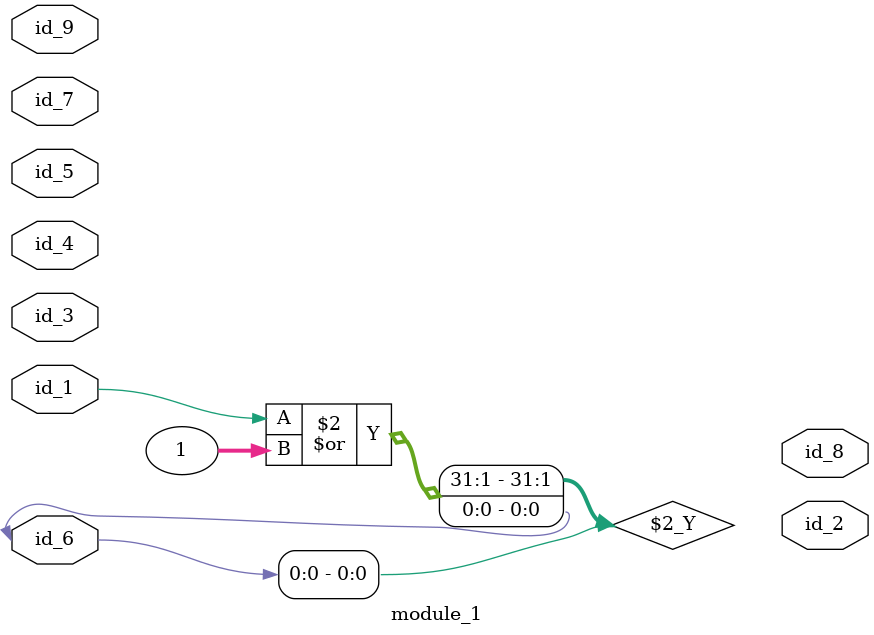
<source format=v>
module module_0 ();
  parameter id_1 = -1;
  wire id_2 = -1;
  wire id_3;
  assign id_1 = id_2;
  wire id_4;
endmodule
module module_1 (
    id_1,
    id_2,
    id_3,
    id_4,
    id_5,
    id_6,
    id_7,
    id_8,
    id_9
);
  input wire id_9;
  output wire id_8;
  inout wire id_7;
  inout wire id_6;
  inout wire id_5;
  input wire id_4;
  inout wire id_3;
  output wire id_2;
  inout wire id_1;
  always id_6 = id_1 | 1;
  wire id_10;
  module_0 modCall_1 ();
  wire id_11;
  wire id_12;
  wire id_13, id_14;
  assign id_2[$] = "";
endmodule

</source>
